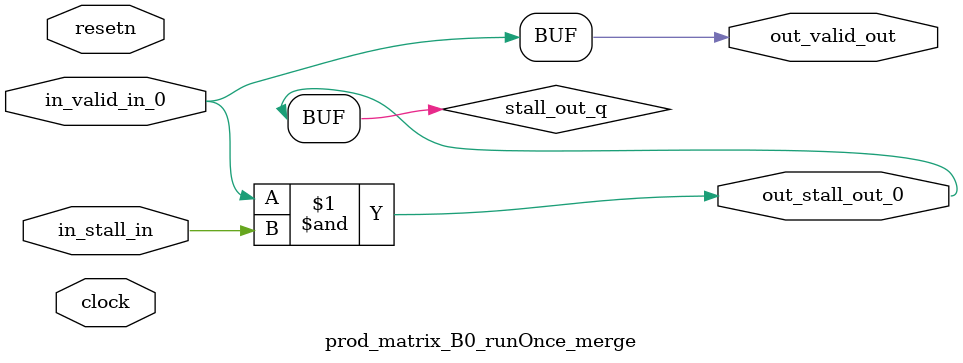
<source format=sv>



(* altera_attribute = "-name AUTO_SHIFT_REGISTER_RECOGNITION OFF; -name MESSAGE_DISABLE 10036; -name MESSAGE_DISABLE 10037; -name MESSAGE_DISABLE 14130; -name MESSAGE_DISABLE 14320; -name MESSAGE_DISABLE 15400; -name MESSAGE_DISABLE 14130; -name MESSAGE_DISABLE 10036; -name MESSAGE_DISABLE 12020; -name MESSAGE_DISABLE 12030; -name MESSAGE_DISABLE 12010; -name MESSAGE_DISABLE 12110; -name MESSAGE_DISABLE 14320; -name MESSAGE_DISABLE 13410; -name MESSAGE_DISABLE 113007; -name MESSAGE_DISABLE 10958" *)
module prod_matrix_B0_runOnce_merge (
    input wire [0:0] in_stall_in,
    input wire [0:0] in_valid_in_0,
    output wire [0:0] out_stall_out_0,
    output wire [0:0] out_valid_out,
    input wire clock,
    input wire resetn
    );

    wire [0:0] stall_out_q;


    // stall_out(LOGICAL,6)
    assign stall_out_q = in_valid_in_0 & in_stall_in;

    // out_stall_out_0(GPOUT,4)
    assign out_stall_out_0 = stall_out_q;

    // out_valid_out(GPOUT,5)
    assign out_valid_out = in_valid_in_0;

endmodule

</source>
